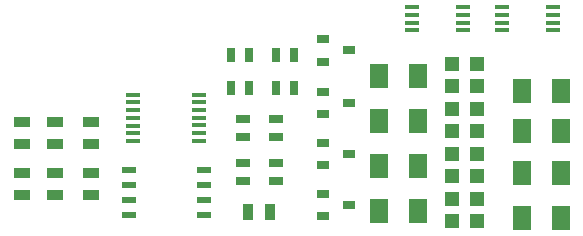
<source format=gtp>
G04 (created by PCBNEW (2013-07-07 BZR 4022)-stable) date 31/01/2014 7:15:21 p.m.*
%MOIN*%
G04 Gerber Fmt 3.4, Leading zero omitted, Abs format*
%FSLAX34Y34*%
G01*
G70*
G90*
G04 APERTURE LIST*
%ADD10C,0.00590551*%
%ADD11R,0.0512X0.0118*%
%ADD12R,0.0394X0.0315*%
%ADD13R,0.045X0.02*%
%ADD14R,0.06X0.08*%
%ADD15R,0.055X0.035*%
%ADD16R,0.035X0.055*%
%ADD17R,0.025X0.045*%
%ADD18R,0.045X0.025*%
%ADD19R,0.05X0.015*%
%ADD20R,0.0472X0.0472*%
G04 APERTURE END LIST*
G54D10*
G54D11*
X68500Y-51710D03*
X68500Y-51460D03*
X68500Y-51200D03*
X68500Y-50950D03*
X68500Y-50690D03*
X68500Y-50435D03*
X68500Y-50180D03*
X66300Y-50180D03*
X66300Y-50435D03*
X66300Y-50690D03*
X66300Y-50950D03*
X66300Y-51205D03*
X66300Y-51460D03*
X66300Y-51715D03*
G54D12*
X73483Y-53850D03*
X72617Y-54225D03*
X72617Y-53475D03*
X73483Y-52150D03*
X72617Y-52525D03*
X72617Y-51775D03*
X73483Y-50450D03*
X72617Y-50825D03*
X72617Y-50075D03*
X73483Y-48700D03*
X72617Y-49075D03*
X72617Y-48325D03*
G54D13*
X68650Y-52700D03*
X68650Y-53200D03*
X68650Y-53700D03*
X68650Y-54200D03*
X66150Y-54200D03*
X66150Y-53700D03*
X66150Y-53200D03*
X66150Y-52700D03*
G54D14*
X74500Y-49550D03*
X75800Y-49550D03*
X79250Y-52800D03*
X80550Y-52800D03*
X74500Y-51050D03*
X75800Y-51050D03*
X79250Y-51400D03*
X80550Y-51400D03*
X74500Y-52550D03*
X75800Y-52550D03*
X79250Y-50050D03*
X80550Y-50050D03*
X74500Y-54050D03*
X75800Y-54050D03*
X79250Y-54300D03*
X80550Y-54300D03*
G54D15*
X62600Y-53525D03*
X62600Y-52775D03*
X63700Y-53525D03*
X63700Y-52775D03*
X64900Y-53525D03*
X64900Y-52775D03*
X62600Y-51825D03*
X62600Y-51075D03*
X63700Y-51825D03*
X63700Y-51075D03*
X64900Y-51825D03*
X64900Y-51075D03*
G54D16*
X70125Y-54100D03*
X70875Y-54100D03*
G54D17*
X71050Y-48850D03*
X71650Y-48850D03*
X69550Y-48850D03*
X70150Y-48850D03*
X69550Y-49950D03*
X70150Y-49950D03*
X71050Y-49950D03*
X71650Y-49950D03*
G54D18*
X71050Y-51000D03*
X71050Y-51600D03*
X69950Y-52450D03*
X69950Y-53050D03*
X69950Y-51000D03*
X69950Y-51600D03*
X71050Y-52450D03*
X71050Y-53050D03*
G54D19*
X77300Y-48034D03*
X77300Y-47778D03*
X77300Y-47522D03*
X77300Y-47266D03*
X75600Y-47266D03*
X75600Y-47522D03*
X75600Y-47778D03*
X75600Y-48034D03*
X80300Y-48034D03*
X80300Y-47778D03*
X80300Y-47522D03*
X80300Y-47266D03*
X78600Y-47266D03*
X78600Y-47522D03*
X78600Y-47778D03*
X78600Y-48034D03*
G54D20*
X76937Y-49150D03*
X77763Y-49150D03*
X77763Y-54400D03*
X76937Y-54400D03*
X77763Y-52900D03*
X76937Y-52900D03*
X76937Y-50650D03*
X77763Y-50650D03*
X77763Y-51400D03*
X76937Y-51400D03*
X76937Y-52150D03*
X77763Y-52150D03*
X76937Y-53650D03*
X77763Y-53650D03*
X77763Y-49900D03*
X76937Y-49900D03*
M02*

</source>
